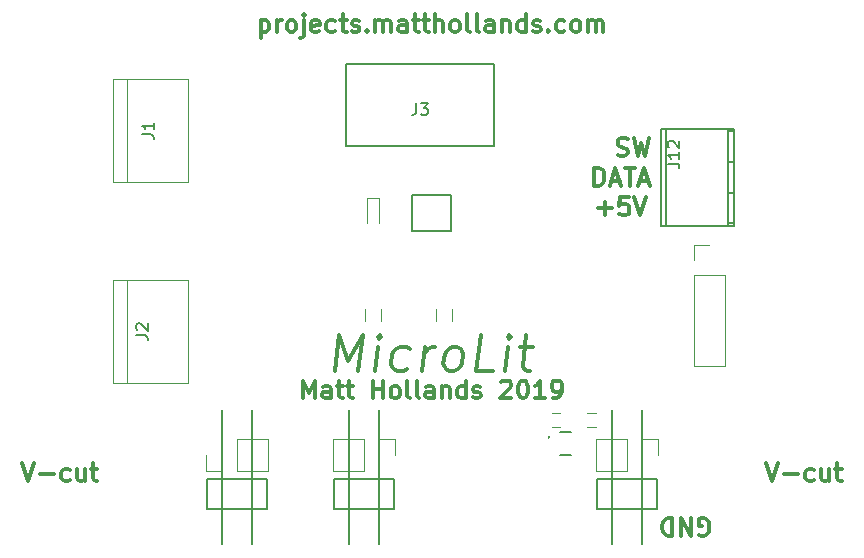
<source format=gbr>
G04 #@! TF.FileFunction,Legend,Top*
%FSLAX46Y46*%
G04 Gerber Fmt 4.6, Leading zero omitted, Abs format (unit mm)*
G04 Created by KiCad (PCBNEW 4.0.7) date Sunday, 24 March 2019 'PMt' 22:49:59*
%MOMM*%
%LPD*%
G01*
G04 APERTURE LIST*
%ADD10C,0.100000*%
%ADD11C,0.300000*%
%ADD12C,0.120000*%
%ADD13C,0.150000*%
%ADD14C,0.152400*%
G04 APERTURE END LIST*
D10*
D11*
X111714286Y-89107143D02*
X111928572Y-89178571D01*
X112285715Y-89178571D01*
X112428572Y-89107143D01*
X112500001Y-89035714D01*
X112571429Y-88892857D01*
X112571429Y-88750000D01*
X112500001Y-88607143D01*
X112428572Y-88535714D01*
X112285715Y-88464286D01*
X112000001Y-88392857D01*
X111857143Y-88321429D01*
X111785715Y-88250000D01*
X111714286Y-88107143D01*
X111714286Y-87964286D01*
X111785715Y-87821429D01*
X111857143Y-87750000D01*
X112000001Y-87678571D01*
X112357143Y-87678571D01*
X112571429Y-87750000D01*
X113071429Y-87678571D02*
X113428572Y-89178571D01*
X113714286Y-88107143D01*
X114000000Y-89178571D01*
X114357143Y-87678571D01*
X109750001Y-91678571D02*
X109750001Y-90178571D01*
X110107144Y-90178571D01*
X110321429Y-90250000D01*
X110464287Y-90392857D01*
X110535715Y-90535714D01*
X110607144Y-90821429D01*
X110607144Y-91035714D01*
X110535715Y-91321429D01*
X110464287Y-91464286D01*
X110321429Y-91607143D01*
X110107144Y-91678571D01*
X109750001Y-91678571D01*
X111178572Y-91250000D02*
X111892858Y-91250000D01*
X111035715Y-91678571D02*
X111535715Y-90178571D01*
X112035715Y-91678571D01*
X112321429Y-90178571D02*
X113178572Y-90178571D01*
X112750001Y-91678571D02*
X112750001Y-90178571D01*
X113607143Y-91250000D02*
X114321429Y-91250000D01*
X113464286Y-91678571D02*
X113964286Y-90178571D01*
X114464286Y-91678571D01*
X110071429Y-93607143D02*
X111214286Y-93607143D01*
X110642857Y-94178571D02*
X110642857Y-93035714D01*
X112642858Y-92678571D02*
X111928572Y-92678571D01*
X111857143Y-93392857D01*
X111928572Y-93321429D01*
X112071429Y-93250000D01*
X112428572Y-93250000D01*
X112571429Y-93321429D01*
X112642858Y-93392857D01*
X112714286Y-93535714D01*
X112714286Y-93892857D01*
X112642858Y-94035714D01*
X112571429Y-94107143D01*
X112428572Y-94178571D01*
X112071429Y-94178571D01*
X111928572Y-94107143D01*
X111857143Y-94035714D01*
X113142857Y-92678571D02*
X113642857Y-94178571D01*
X114142857Y-92678571D01*
X118642857Y-121250000D02*
X118785714Y-121321429D01*
X119000000Y-121321429D01*
X119214285Y-121250000D01*
X119357143Y-121107143D01*
X119428571Y-120964286D01*
X119500000Y-120678571D01*
X119500000Y-120464286D01*
X119428571Y-120178571D01*
X119357143Y-120035714D01*
X119214285Y-119892857D01*
X119000000Y-119821429D01*
X118857143Y-119821429D01*
X118642857Y-119892857D01*
X118571428Y-119964286D01*
X118571428Y-120464286D01*
X118857143Y-120464286D01*
X117928571Y-119821429D02*
X117928571Y-121321429D01*
X117071428Y-119821429D01*
X117071428Y-121321429D01*
X116357142Y-119821429D02*
X116357142Y-121321429D01*
X115999999Y-121321429D01*
X115785714Y-121250000D01*
X115642856Y-121107143D01*
X115571428Y-120964286D01*
X115499999Y-120678571D01*
X115499999Y-120464286D01*
X115571428Y-120178571D01*
X115642856Y-120035714D01*
X115785714Y-119892857D01*
X115999999Y-119821429D01*
X116357142Y-119821429D01*
X81500000Y-77678571D02*
X81500000Y-79178571D01*
X81500000Y-77750000D02*
X81642857Y-77678571D01*
X81928571Y-77678571D01*
X82071428Y-77750000D01*
X82142857Y-77821429D01*
X82214286Y-77964286D01*
X82214286Y-78392857D01*
X82142857Y-78535714D01*
X82071428Y-78607143D01*
X81928571Y-78678571D01*
X81642857Y-78678571D01*
X81500000Y-78607143D01*
X82857143Y-78678571D02*
X82857143Y-77678571D01*
X82857143Y-77964286D02*
X82928571Y-77821429D01*
X83000000Y-77750000D01*
X83142857Y-77678571D01*
X83285714Y-77678571D01*
X84000000Y-78678571D02*
X83857142Y-78607143D01*
X83785714Y-78535714D01*
X83714285Y-78392857D01*
X83714285Y-77964286D01*
X83785714Y-77821429D01*
X83857142Y-77750000D01*
X84000000Y-77678571D01*
X84214285Y-77678571D01*
X84357142Y-77750000D01*
X84428571Y-77821429D01*
X84500000Y-77964286D01*
X84500000Y-78392857D01*
X84428571Y-78535714D01*
X84357142Y-78607143D01*
X84214285Y-78678571D01*
X84000000Y-78678571D01*
X85142857Y-77678571D02*
X85142857Y-78964286D01*
X85071428Y-79107143D01*
X84928571Y-79178571D01*
X84857143Y-79178571D01*
X85142857Y-77178571D02*
X85071428Y-77250000D01*
X85142857Y-77321429D01*
X85214285Y-77250000D01*
X85142857Y-77178571D01*
X85142857Y-77321429D01*
X86428571Y-78607143D02*
X86285714Y-78678571D01*
X86000000Y-78678571D01*
X85857143Y-78607143D01*
X85785714Y-78464286D01*
X85785714Y-77892857D01*
X85857143Y-77750000D01*
X86000000Y-77678571D01*
X86285714Y-77678571D01*
X86428571Y-77750000D01*
X86500000Y-77892857D01*
X86500000Y-78035714D01*
X85785714Y-78178571D01*
X87785714Y-78607143D02*
X87642857Y-78678571D01*
X87357143Y-78678571D01*
X87214285Y-78607143D01*
X87142857Y-78535714D01*
X87071428Y-78392857D01*
X87071428Y-77964286D01*
X87142857Y-77821429D01*
X87214285Y-77750000D01*
X87357143Y-77678571D01*
X87642857Y-77678571D01*
X87785714Y-77750000D01*
X88214285Y-77678571D02*
X88785714Y-77678571D01*
X88428571Y-77178571D02*
X88428571Y-78464286D01*
X88499999Y-78607143D01*
X88642857Y-78678571D01*
X88785714Y-78678571D01*
X89214285Y-78607143D02*
X89357142Y-78678571D01*
X89642857Y-78678571D01*
X89785714Y-78607143D01*
X89857142Y-78464286D01*
X89857142Y-78392857D01*
X89785714Y-78250000D01*
X89642857Y-78178571D01*
X89428571Y-78178571D01*
X89285714Y-78107143D01*
X89214285Y-77964286D01*
X89214285Y-77892857D01*
X89285714Y-77750000D01*
X89428571Y-77678571D01*
X89642857Y-77678571D01*
X89785714Y-77750000D01*
X90500000Y-78535714D02*
X90571428Y-78607143D01*
X90500000Y-78678571D01*
X90428571Y-78607143D01*
X90500000Y-78535714D01*
X90500000Y-78678571D01*
X91214286Y-78678571D02*
X91214286Y-77678571D01*
X91214286Y-77821429D02*
X91285714Y-77750000D01*
X91428572Y-77678571D01*
X91642857Y-77678571D01*
X91785714Y-77750000D01*
X91857143Y-77892857D01*
X91857143Y-78678571D01*
X91857143Y-77892857D02*
X91928572Y-77750000D01*
X92071429Y-77678571D01*
X92285714Y-77678571D01*
X92428572Y-77750000D01*
X92500000Y-77892857D01*
X92500000Y-78678571D01*
X93857143Y-78678571D02*
X93857143Y-77892857D01*
X93785714Y-77750000D01*
X93642857Y-77678571D01*
X93357143Y-77678571D01*
X93214286Y-77750000D01*
X93857143Y-78607143D02*
X93714286Y-78678571D01*
X93357143Y-78678571D01*
X93214286Y-78607143D01*
X93142857Y-78464286D01*
X93142857Y-78321429D01*
X93214286Y-78178571D01*
X93357143Y-78107143D01*
X93714286Y-78107143D01*
X93857143Y-78035714D01*
X94357143Y-77678571D02*
X94928572Y-77678571D01*
X94571429Y-77178571D02*
X94571429Y-78464286D01*
X94642857Y-78607143D01*
X94785715Y-78678571D01*
X94928572Y-78678571D01*
X95214286Y-77678571D02*
X95785715Y-77678571D01*
X95428572Y-77178571D02*
X95428572Y-78464286D01*
X95500000Y-78607143D01*
X95642858Y-78678571D01*
X95785715Y-78678571D01*
X96285715Y-78678571D02*
X96285715Y-77178571D01*
X96928572Y-78678571D02*
X96928572Y-77892857D01*
X96857143Y-77750000D01*
X96714286Y-77678571D01*
X96500001Y-77678571D01*
X96357143Y-77750000D01*
X96285715Y-77821429D01*
X97857144Y-78678571D02*
X97714286Y-78607143D01*
X97642858Y-78535714D01*
X97571429Y-78392857D01*
X97571429Y-77964286D01*
X97642858Y-77821429D01*
X97714286Y-77750000D01*
X97857144Y-77678571D01*
X98071429Y-77678571D01*
X98214286Y-77750000D01*
X98285715Y-77821429D01*
X98357144Y-77964286D01*
X98357144Y-78392857D01*
X98285715Y-78535714D01*
X98214286Y-78607143D01*
X98071429Y-78678571D01*
X97857144Y-78678571D01*
X99214287Y-78678571D02*
X99071429Y-78607143D01*
X99000001Y-78464286D01*
X99000001Y-77178571D01*
X100000001Y-78678571D02*
X99857143Y-78607143D01*
X99785715Y-78464286D01*
X99785715Y-77178571D01*
X101214286Y-78678571D02*
X101214286Y-77892857D01*
X101142857Y-77750000D01*
X101000000Y-77678571D01*
X100714286Y-77678571D01*
X100571429Y-77750000D01*
X101214286Y-78607143D02*
X101071429Y-78678571D01*
X100714286Y-78678571D01*
X100571429Y-78607143D01*
X100500000Y-78464286D01*
X100500000Y-78321429D01*
X100571429Y-78178571D01*
X100714286Y-78107143D01*
X101071429Y-78107143D01*
X101214286Y-78035714D01*
X101928572Y-77678571D02*
X101928572Y-78678571D01*
X101928572Y-77821429D02*
X102000000Y-77750000D01*
X102142858Y-77678571D01*
X102357143Y-77678571D01*
X102500000Y-77750000D01*
X102571429Y-77892857D01*
X102571429Y-78678571D01*
X103928572Y-78678571D02*
X103928572Y-77178571D01*
X103928572Y-78607143D02*
X103785715Y-78678571D01*
X103500001Y-78678571D01*
X103357143Y-78607143D01*
X103285715Y-78535714D01*
X103214286Y-78392857D01*
X103214286Y-77964286D01*
X103285715Y-77821429D01*
X103357143Y-77750000D01*
X103500001Y-77678571D01*
X103785715Y-77678571D01*
X103928572Y-77750000D01*
X104571429Y-78607143D02*
X104714286Y-78678571D01*
X105000001Y-78678571D01*
X105142858Y-78607143D01*
X105214286Y-78464286D01*
X105214286Y-78392857D01*
X105142858Y-78250000D01*
X105000001Y-78178571D01*
X104785715Y-78178571D01*
X104642858Y-78107143D01*
X104571429Y-77964286D01*
X104571429Y-77892857D01*
X104642858Y-77750000D01*
X104785715Y-77678571D01*
X105000001Y-77678571D01*
X105142858Y-77750000D01*
X105857144Y-78535714D02*
X105928572Y-78607143D01*
X105857144Y-78678571D01*
X105785715Y-78607143D01*
X105857144Y-78535714D01*
X105857144Y-78678571D01*
X107214287Y-78607143D02*
X107071430Y-78678571D01*
X106785716Y-78678571D01*
X106642858Y-78607143D01*
X106571430Y-78535714D01*
X106500001Y-78392857D01*
X106500001Y-77964286D01*
X106571430Y-77821429D01*
X106642858Y-77750000D01*
X106785716Y-77678571D01*
X107071430Y-77678571D01*
X107214287Y-77750000D01*
X108071430Y-78678571D02*
X107928572Y-78607143D01*
X107857144Y-78535714D01*
X107785715Y-78392857D01*
X107785715Y-77964286D01*
X107857144Y-77821429D01*
X107928572Y-77750000D01*
X108071430Y-77678571D01*
X108285715Y-77678571D01*
X108428572Y-77750000D01*
X108500001Y-77821429D01*
X108571430Y-77964286D01*
X108571430Y-78392857D01*
X108500001Y-78535714D01*
X108428572Y-78607143D01*
X108285715Y-78678571D01*
X108071430Y-78678571D01*
X109214287Y-78678571D02*
X109214287Y-77678571D01*
X109214287Y-77821429D02*
X109285715Y-77750000D01*
X109428573Y-77678571D01*
X109642858Y-77678571D01*
X109785715Y-77750000D01*
X109857144Y-77892857D01*
X109857144Y-78678571D01*
X109857144Y-77892857D02*
X109928573Y-77750000D01*
X110071430Y-77678571D01*
X110285715Y-77678571D01*
X110428573Y-77750000D01*
X110500001Y-77892857D01*
X110500001Y-78678571D01*
X87758929Y-107357143D02*
X88133929Y-104357143D01*
X88866072Y-106500000D01*
X90133929Y-104357143D01*
X89758929Y-107357143D01*
X91187500Y-107357143D02*
X91437500Y-105357143D01*
X91562500Y-104357143D02*
X91401786Y-104500000D01*
X91526786Y-104642857D01*
X91687500Y-104500000D01*
X91562500Y-104357143D01*
X91526786Y-104642857D01*
X93919642Y-107214286D02*
X93616071Y-107357143D01*
X93044642Y-107357143D01*
X92776785Y-107214286D01*
X92651785Y-107071429D01*
X92544643Y-106785714D01*
X92651786Y-105928571D01*
X92830357Y-105642857D01*
X92991071Y-105500000D01*
X93294642Y-105357143D01*
X93866071Y-105357143D01*
X94133928Y-105500000D01*
X95187500Y-107357143D02*
X95437500Y-105357143D01*
X95366072Y-105928571D02*
X95544643Y-105642857D01*
X95705357Y-105500000D01*
X96008928Y-105357143D01*
X96294643Y-105357143D01*
X97473214Y-107357143D02*
X97205357Y-107214286D01*
X97080357Y-107071429D01*
X96973215Y-106785714D01*
X97080358Y-105928571D01*
X97258929Y-105642857D01*
X97419643Y-105500000D01*
X97723214Y-105357143D01*
X98151786Y-105357143D01*
X98419643Y-105500000D01*
X98544643Y-105642857D01*
X98651786Y-105928571D01*
X98544643Y-106785714D01*
X98366071Y-107071429D01*
X98205357Y-107214286D01*
X97901786Y-107357143D01*
X97473214Y-107357143D01*
X101187500Y-107357143D02*
X99758929Y-107357143D01*
X100133929Y-104357143D01*
X102187500Y-107357143D02*
X102437500Y-105357143D01*
X102562500Y-104357143D02*
X102401786Y-104500000D01*
X102526786Y-104642857D01*
X102687500Y-104500000D01*
X102562500Y-104357143D01*
X102526786Y-104642857D01*
X103437499Y-105357143D02*
X104580356Y-105357143D01*
X103991071Y-104357143D02*
X103669643Y-106928571D01*
X103776785Y-107214286D01*
X104044642Y-107357143D01*
X104330356Y-107357143D01*
X85071429Y-109678571D02*
X85071429Y-108178571D01*
X85571429Y-109250000D01*
X86071429Y-108178571D01*
X86071429Y-109678571D01*
X87428572Y-109678571D02*
X87428572Y-108892857D01*
X87357143Y-108750000D01*
X87214286Y-108678571D01*
X86928572Y-108678571D01*
X86785715Y-108750000D01*
X87428572Y-109607143D02*
X87285715Y-109678571D01*
X86928572Y-109678571D01*
X86785715Y-109607143D01*
X86714286Y-109464286D01*
X86714286Y-109321429D01*
X86785715Y-109178571D01*
X86928572Y-109107143D01*
X87285715Y-109107143D01*
X87428572Y-109035714D01*
X87928572Y-108678571D02*
X88500001Y-108678571D01*
X88142858Y-108178571D02*
X88142858Y-109464286D01*
X88214286Y-109607143D01*
X88357144Y-109678571D01*
X88500001Y-109678571D01*
X88785715Y-108678571D02*
X89357144Y-108678571D01*
X89000001Y-108178571D02*
X89000001Y-109464286D01*
X89071429Y-109607143D01*
X89214287Y-109678571D01*
X89357144Y-109678571D01*
X91000001Y-109678571D02*
X91000001Y-108178571D01*
X91000001Y-108892857D02*
X91857144Y-108892857D01*
X91857144Y-109678571D02*
X91857144Y-108178571D01*
X92785716Y-109678571D02*
X92642858Y-109607143D01*
X92571430Y-109535714D01*
X92500001Y-109392857D01*
X92500001Y-108964286D01*
X92571430Y-108821429D01*
X92642858Y-108750000D01*
X92785716Y-108678571D01*
X93000001Y-108678571D01*
X93142858Y-108750000D01*
X93214287Y-108821429D01*
X93285716Y-108964286D01*
X93285716Y-109392857D01*
X93214287Y-109535714D01*
X93142858Y-109607143D01*
X93000001Y-109678571D01*
X92785716Y-109678571D01*
X94142859Y-109678571D02*
X94000001Y-109607143D01*
X93928573Y-109464286D01*
X93928573Y-108178571D01*
X94928573Y-109678571D02*
X94785715Y-109607143D01*
X94714287Y-109464286D01*
X94714287Y-108178571D01*
X96142858Y-109678571D02*
X96142858Y-108892857D01*
X96071429Y-108750000D01*
X95928572Y-108678571D01*
X95642858Y-108678571D01*
X95500001Y-108750000D01*
X96142858Y-109607143D02*
X96000001Y-109678571D01*
X95642858Y-109678571D01*
X95500001Y-109607143D01*
X95428572Y-109464286D01*
X95428572Y-109321429D01*
X95500001Y-109178571D01*
X95642858Y-109107143D01*
X96000001Y-109107143D01*
X96142858Y-109035714D01*
X96857144Y-108678571D02*
X96857144Y-109678571D01*
X96857144Y-108821429D02*
X96928572Y-108750000D01*
X97071430Y-108678571D01*
X97285715Y-108678571D01*
X97428572Y-108750000D01*
X97500001Y-108892857D01*
X97500001Y-109678571D01*
X98857144Y-109678571D02*
X98857144Y-108178571D01*
X98857144Y-109607143D02*
X98714287Y-109678571D01*
X98428573Y-109678571D01*
X98285715Y-109607143D01*
X98214287Y-109535714D01*
X98142858Y-109392857D01*
X98142858Y-108964286D01*
X98214287Y-108821429D01*
X98285715Y-108750000D01*
X98428573Y-108678571D01*
X98714287Y-108678571D01*
X98857144Y-108750000D01*
X99500001Y-109607143D02*
X99642858Y-109678571D01*
X99928573Y-109678571D01*
X100071430Y-109607143D01*
X100142858Y-109464286D01*
X100142858Y-109392857D01*
X100071430Y-109250000D01*
X99928573Y-109178571D01*
X99714287Y-109178571D01*
X99571430Y-109107143D01*
X99500001Y-108964286D01*
X99500001Y-108892857D01*
X99571430Y-108750000D01*
X99714287Y-108678571D01*
X99928573Y-108678571D01*
X100071430Y-108750000D01*
X101857144Y-108321429D02*
X101928573Y-108250000D01*
X102071430Y-108178571D01*
X102428573Y-108178571D01*
X102571430Y-108250000D01*
X102642859Y-108321429D01*
X102714287Y-108464286D01*
X102714287Y-108607143D01*
X102642859Y-108821429D01*
X101785716Y-109678571D01*
X102714287Y-109678571D01*
X103642858Y-108178571D02*
X103785715Y-108178571D01*
X103928572Y-108250000D01*
X104000001Y-108321429D01*
X104071430Y-108464286D01*
X104142858Y-108750000D01*
X104142858Y-109107143D01*
X104071430Y-109392857D01*
X104000001Y-109535714D01*
X103928572Y-109607143D01*
X103785715Y-109678571D01*
X103642858Y-109678571D01*
X103500001Y-109607143D01*
X103428572Y-109535714D01*
X103357144Y-109392857D01*
X103285715Y-109107143D01*
X103285715Y-108750000D01*
X103357144Y-108464286D01*
X103428572Y-108321429D01*
X103500001Y-108250000D01*
X103642858Y-108178571D01*
X105571429Y-109678571D02*
X104714286Y-109678571D01*
X105142858Y-109678571D02*
X105142858Y-108178571D01*
X105000001Y-108392857D01*
X104857143Y-108535714D01*
X104714286Y-108607143D01*
X106285714Y-109678571D02*
X106571429Y-109678571D01*
X106714286Y-109607143D01*
X106785714Y-109535714D01*
X106928572Y-109321429D01*
X107000000Y-109035714D01*
X107000000Y-108464286D01*
X106928572Y-108321429D01*
X106857143Y-108250000D01*
X106714286Y-108178571D01*
X106428572Y-108178571D01*
X106285714Y-108250000D01*
X106214286Y-108321429D01*
X106142857Y-108464286D01*
X106142857Y-108821429D01*
X106214286Y-108964286D01*
X106285714Y-109035714D01*
X106428572Y-109107143D01*
X106714286Y-109107143D01*
X106857143Y-109035714D01*
X106928572Y-108964286D01*
X107000000Y-108821429D01*
X61321429Y-115178571D02*
X61821429Y-116678571D01*
X62321429Y-115178571D01*
X62821429Y-116107143D02*
X63964286Y-116107143D01*
X65321429Y-116607143D02*
X65178572Y-116678571D01*
X64892858Y-116678571D01*
X64750000Y-116607143D01*
X64678572Y-116535714D01*
X64607143Y-116392857D01*
X64607143Y-115964286D01*
X64678572Y-115821429D01*
X64750000Y-115750000D01*
X64892858Y-115678571D01*
X65178572Y-115678571D01*
X65321429Y-115750000D01*
X66607143Y-115678571D02*
X66607143Y-116678571D01*
X65964286Y-115678571D02*
X65964286Y-116464286D01*
X66035714Y-116607143D01*
X66178572Y-116678571D01*
X66392857Y-116678571D01*
X66535714Y-116607143D01*
X66607143Y-116535714D01*
X67107143Y-115678571D02*
X67678572Y-115678571D01*
X67321429Y-115178571D02*
X67321429Y-116464286D01*
X67392857Y-116607143D01*
X67535715Y-116678571D01*
X67678572Y-116678571D01*
X124321429Y-115178571D02*
X124821429Y-116678571D01*
X125321429Y-115178571D01*
X125821429Y-116107143D02*
X126964286Y-116107143D01*
X128321429Y-116607143D02*
X128178572Y-116678571D01*
X127892858Y-116678571D01*
X127750000Y-116607143D01*
X127678572Y-116535714D01*
X127607143Y-116392857D01*
X127607143Y-115964286D01*
X127678572Y-115821429D01*
X127750000Y-115750000D01*
X127892858Y-115678571D01*
X128178572Y-115678571D01*
X128321429Y-115750000D01*
X129607143Y-115678571D02*
X129607143Y-116678571D01*
X128964286Y-115678571D02*
X128964286Y-116464286D01*
X129035714Y-116607143D01*
X129178572Y-116678571D01*
X129392857Y-116678571D01*
X129535714Y-116607143D01*
X129607143Y-116535714D01*
X130107143Y-115678571D02*
X130678572Y-115678571D01*
X130321429Y-115178571D02*
X130321429Y-116464286D01*
X130392857Y-116607143D01*
X130535715Y-116678571D01*
X130678572Y-116678571D01*
D12*
X68970000Y-82650000D02*
X68970000Y-91350000D01*
X75380000Y-82650000D02*
X75380000Y-91350000D01*
X75380000Y-91350000D02*
X68970000Y-91350000D01*
X70200000Y-91350000D02*
X70200000Y-82650000D01*
X68970000Y-82650000D02*
X75380000Y-82650000D01*
X68970000Y-99650000D02*
X68970000Y-108350000D01*
X75380000Y-99650000D02*
X75380000Y-108350000D01*
X75380000Y-108350000D02*
X68970000Y-108350000D01*
X70200000Y-108350000D02*
X70200000Y-99650000D01*
X68970000Y-99650000D02*
X75380000Y-99650000D01*
X118170000Y-106950000D02*
X120830000Y-106950000D01*
X118170000Y-99270000D02*
X118170000Y-106950000D01*
X120830000Y-99270000D02*
X120830000Y-106950000D01*
X118170000Y-99270000D02*
X120830000Y-99270000D01*
X118170000Y-98000000D02*
X118170000Y-96670000D01*
X118170000Y-96670000D02*
X119500000Y-96670000D01*
X91680000Y-102100000D02*
X91680000Y-103100000D01*
X90320000Y-103100000D02*
X90320000Y-102100000D01*
X97680000Y-102100000D02*
X97680000Y-103100000D01*
X96320000Y-103100000D02*
X96320000Y-102100000D01*
D13*
X101250000Y-88300000D02*
X88750000Y-88300000D01*
X88750000Y-81400000D02*
X101250000Y-81400000D01*
X101250000Y-81400000D02*
X101250000Y-88300000D01*
X88750000Y-81400000D02*
X88750000Y-88300000D01*
X94350000Y-92450000D02*
X94350000Y-95550000D01*
X97650000Y-92450000D02*
X94350000Y-92450000D01*
X97650000Y-95550000D02*
X97650000Y-92450000D01*
X94350000Y-95550000D02*
X97650000Y-95550000D01*
D12*
X91500000Y-92700000D02*
X90500000Y-92700000D01*
X90500000Y-92700000D02*
X90500000Y-94800000D01*
X91500000Y-92700000D02*
X91500000Y-94800000D01*
D13*
X115401200Y-86860440D02*
X115401200Y-95059560D01*
X115799980Y-86860440D02*
X115799980Y-95059560D01*
X121100960Y-86860440D02*
X121100960Y-95059560D01*
X121598800Y-95059560D02*
X121598800Y-86860440D01*
X121100960Y-89659520D02*
X121598800Y-89659520D01*
X121598800Y-94858900D02*
X121100960Y-94858900D01*
X121100960Y-87058560D02*
X121598800Y-87058560D01*
X121598800Y-92257940D02*
X121100960Y-92257940D01*
X121598800Y-86860440D02*
X115401200Y-86860440D01*
X115401200Y-95057020D02*
X121598800Y-95057020D01*
X78230000Y-122000000D02*
X78230000Y-110640000D01*
X76960000Y-116480000D02*
X76960000Y-119020000D01*
X82040000Y-116480000D02*
X76960000Y-116480000D01*
X82040000Y-119020000D02*
X76960000Y-119020000D01*
X82040000Y-116480000D02*
X82040000Y-119020000D01*
X80770000Y-122000000D02*
X80770000Y-110640000D01*
X88980000Y-122000000D02*
X88980000Y-110640000D01*
X87710000Y-116480000D02*
X87710000Y-119020000D01*
X92790000Y-116480000D02*
X87710000Y-116480000D01*
X92790000Y-119020000D02*
X87710000Y-119020000D01*
X92790000Y-116480000D02*
X92790000Y-119020000D01*
X91520000Y-122000000D02*
X91520000Y-110640000D01*
X111230000Y-122000000D02*
X111230000Y-110640000D01*
X109960000Y-116480000D02*
X109960000Y-119020000D01*
X115040000Y-116480000D02*
X109960000Y-116480000D01*
X115040000Y-119020000D02*
X109960000Y-119020000D01*
X115040000Y-116480000D02*
X115040000Y-119020000D01*
X113770000Y-122000000D02*
X113770000Y-110640000D01*
D12*
X82100000Y-115805000D02*
X82100000Y-113145000D01*
X79500000Y-115805000D02*
X82100000Y-115805000D01*
X79500000Y-113145000D02*
X82100000Y-113145000D01*
X79500000Y-115805000D02*
X79500000Y-113145000D01*
X78230000Y-115805000D02*
X76900000Y-115805000D01*
X76900000Y-115805000D02*
X76900000Y-114475000D01*
X87650000Y-113145000D02*
X87650000Y-115805000D01*
X90250000Y-113145000D02*
X87650000Y-113145000D01*
X90250000Y-115805000D02*
X87650000Y-115805000D01*
X90250000Y-113145000D02*
X90250000Y-115805000D01*
X91520000Y-113145000D02*
X92850000Y-113145000D01*
X92850000Y-113145000D02*
X92850000Y-114475000D01*
X109900000Y-113145000D02*
X109900000Y-115805000D01*
X112500000Y-113145000D02*
X109900000Y-113145000D01*
X112500000Y-115805000D02*
X109900000Y-115805000D01*
X112500000Y-113145000D02*
X112500000Y-115805000D01*
X113770000Y-113145000D02*
X115100000Y-113145000D01*
X115100000Y-113145000D02*
X115100000Y-114475000D01*
X106150000Y-110900000D02*
X106850000Y-110900000D01*
X106850000Y-112100000D02*
X106150000Y-112100000D01*
X109850000Y-112100000D02*
X109150000Y-112100000D01*
X109150000Y-110900000D02*
X109850000Y-110900000D01*
D14*
X106813132Y-114476999D02*
X107790070Y-114476999D01*
X107790070Y-112522999D02*
X106813132Y-112522999D01*
X105860256Y-113066864D02*
G75*
G03X105896801Y-112923799I36545J66865D01*
G01*
D13*
X71452381Y-87333333D02*
X72166667Y-87333333D01*
X72309524Y-87380953D01*
X72404762Y-87476191D01*
X72452381Y-87619048D01*
X72452381Y-87714286D01*
X72452381Y-86333333D02*
X72452381Y-86904762D01*
X72452381Y-86619048D02*
X71452381Y-86619048D01*
X71595238Y-86714286D01*
X71690476Y-86809524D01*
X71738095Y-86904762D01*
X70952381Y-104333333D02*
X71666667Y-104333333D01*
X71809524Y-104380953D01*
X71904762Y-104476191D01*
X71952381Y-104619048D01*
X71952381Y-104714286D01*
X71047619Y-103904762D02*
X71000000Y-103857143D01*
X70952381Y-103761905D01*
X70952381Y-103523809D01*
X71000000Y-103428571D01*
X71047619Y-103380952D01*
X71142857Y-103333333D01*
X71238095Y-103333333D01*
X71380952Y-103380952D01*
X71952381Y-103952381D01*
X71952381Y-103333333D01*
X94666667Y-84690381D02*
X94666667Y-85404667D01*
X94619047Y-85547524D01*
X94523809Y-85642762D01*
X94380952Y-85690381D01*
X94285714Y-85690381D01*
X95047619Y-84690381D02*
X95666667Y-84690381D01*
X95333333Y-85071333D01*
X95476191Y-85071333D01*
X95571429Y-85118952D01*
X95619048Y-85166571D01*
X95666667Y-85261810D01*
X95666667Y-85499905D01*
X95619048Y-85595143D01*
X95571429Y-85642762D01*
X95476191Y-85690381D01*
X95190476Y-85690381D01*
X95095238Y-85642762D01*
X95047619Y-85595143D01*
X115952381Y-89809523D02*
X116666667Y-89809523D01*
X116809524Y-89857143D01*
X116904762Y-89952381D01*
X116952381Y-90095238D01*
X116952381Y-90190476D01*
X116952381Y-88809523D02*
X116952381Y-89380952D01*
X116952381Y-89095238D02*
X115952381Y-89095238D01*
X116095238Y-89190476D01*
X116190476Y-89285714D01*
X116238095Y-89380952D01*
X116047619Y-88428571D02*
X116000000Y-88380952D01*
X115952381Y-88285714D01*
X115952381Y-88047618D01*
X116000000Y-87952380D01*
X116047619Y-87904761D01*
X116142857Y-87857142D01*
X116238095Y-87857142D01*
X116380952Y-87904761D01*
X116952381Y-88476190D01*
X116952381Y-87857142D01*
M02*

</source>
